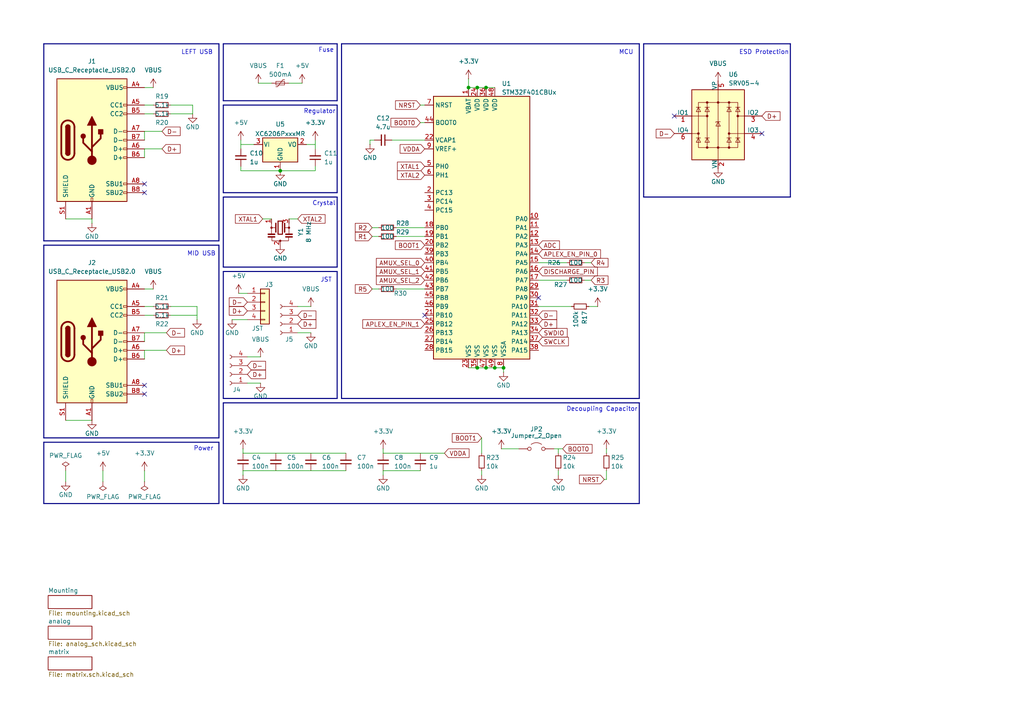
<source format=kicad_sch>
(kicad_sch (version 20231120) (generator "eeschema") (generator_version "8.0")
  (paper "A4")
  (lib_symbols
    (symbol "Connector:Conn_01x04_Socket" (pin_names (offset 1.016) hide)
      (property "Reference" "J" (at 0 5.08 0))
      (property "Value" "Conn_01x04_Socket" (at 0 -7.62 0))
      (symbol "Conn_01x04_Socket_1_1"
        (arc (start 0 -4.572) (mid -0.5058 -5.08) (end 0 -5.588) (stroke (width 0.1524)))
        (arc (start 0 -2.032) (mid -0.5058 -2.54) (end 0 -3.048) (stroke (width 0.1524)))
        (polyline (pts (xy -1.27 -5.08) (xy -0.508 -5.08)) (stroke (width 0.1524)))
        (polyline (pts (xy -1.27 -2.54) (xy -0.508 -2.54)) (stroke (width 0.1524)))
        (polyline (pts (xy -1.27 0) (xy -0.508 0)) (stroke (width 0.1524)))
        (polyline (pts (xy -1.27 2.54) (xy -0.508 2.54)) (stroke (width 0.1524)))
        (arc (start 0 0.508) (mid -0.5058 0) (end 0 -0.508) (stroke (width 0.1524)))
        (arc (start 0 3.048) (mid -0.5058 2.54) (end 0 2.032) (stroke (width 0.1524)))
        (pin passive line (at -5.08 2.54 0) (length 3.81) (name "Pin_1") (number "1"))
        (pin passive line (at -5.08 0 0) (length 3.81) (name "Pin_2") (number "2"))
        (pin passive line (at -5.08 -2.54 0) (length 3.81) (name "Pin_3") (number "3"))
        (pin passive line (at -5.08 -5.08 0) (length 3.81) (name "Pin_4") (number "4"))
      )
    )
    (symbol "Connector:USB_C_Receptacle_USB2.0" (pin_names (offset 1.016))
      (property "Reference" "J" (at -10.16 19.05 0))
      (property "Value" "USB_C_Receptacle_USB2.0" (at 19.05 19.05 0))
      (symbol "USB_C_Receptacle_USB2.0_0_0"
        (rectangle (start -0.254 -17.78) (end 0.254 -16.764))
        (rectangle (start 10.16 -14.986) (end 9.144 -15.494))
        (rectangle (start 10.16 -12.446) (end 9.144 -12.954))
        (rectangle (start 10.16 -4.826) (end 9.144 -5.334))
        (rectangle (start 10.16 -2.286) (end 9.144 -2.794))
        (rectangle (start 10.16 0.254) (end 9.144 -0.254))
        (rectangle (start 10.16 2.794) (end 9.144 2.286))
        (rectangle (start 10.16 7.874) (end 9.144 7.366))
        (rectangle (start 10.16 10.414) (end 9.144 9.906))
        (rectangle (start 10.16 15.494) (end 9.144 14.986))
      )
      (symbol "USB_C_Receptacle_USB2.0_0_1"
        (rectangle (start -10.16 17.78) (end 10.16 -17.78) (stroke (width 0.254)) (fill (type background)))
        (arc (start -8.89 -3.81) (mid -6.985 -5.7067) (end -5.08 -3.81) (stroke (width 0.508)))
        (arc (start -7.62 -3.81) (mid -6.985 -4.4423) (end -6.35 -3.81) (stroke (width 0.254)))
        (arc (start -7.62 -3.81) (mid -6.985 -4.4423) (end -6.35 -3.81) (stroke (width 0.254)) (fill (type outline)))
        (rectangle (start -7.62 -3.81) (end -6.35 3.81) (stroke (width 0.254)) (fill (type outline)))
        (arc (start -6.35 3.81) (mid -6.985 4.4423) (end -7.62 3.81) (stroke (width 0.254)))
        (arc (start -6.35 3.81) (mid -6.985 4.4423) (end -7.62 3.81) (stroke (width 0.254)) (fill (type outline)))
        (arc (start -5.08 3.81) (mid -6.985 5.7067) (end -8.89 3.81) (stroke (width 0.508)))
        (circle (center -2.54 1.143) (radius 0.635) (stroke (width 0.254)) (fill (type outline)))
        (circle (center 0 -5.842) (radius 1.27) (fill (type outline)))
        (polyline (pts (xy -8.89 -3.81) (xy -8.89 3.81)) (stroke (width 0.508)))
        (polyline (pts (xy -5.08 3.81) (xy -5.08 -3.81)) (stroke (width 0.508)))
        (polyline (pts (xy 0 -5.842) (xy 0 4.318)) (stroke (width 0.508)))
        (polyline (pts (xy 0 -3.302) (xy -2.54 -0.762) (xy -2.54 0.508)) (stroke (width 0.508)))
        (polyline (pts (xy 0 -2.032) (xy 2.54 0.508) (xy 2.54 1.778)) (stroke (width 0.508)))
        (polyline (pts (xy -1.27 4.318) (xy 0 6.858) (xy 1.27 4.318) (xy -1.27 4.318)) (stroke (width 0.254)) (fill (type outline)))
        (rectangle (start 1.905 1.778) (end 3.175 3.048) (stroke (width 0.254)) (fill (type outline)))
      )
      (symbol "USB_C_Receptacle_USB2.0_1_1"
        (pin passive line (at 0 -22.86 90) (length 5.08) (name "GND") (number "A1"))
        (pin passive line (at 0 -22.86 90) (length 5.08) hide (name "GND") (number "A12"))
        (pin passive line (at 15.24 15.24 180) (length 5.08) (name "VBUS") (number "A4"))
        (pin bidirectional line (at 15.24 10.16 180) (length 5.08) (name "CC1") (number "A5"))
        (pin bidirectional line (at 15.24 -2.54 180) (length 5.08) (name "D+") (number "A6"))
        (pin bidirectional line (at 15.24 2.54 180) (length 5.08) (name "D-") (number "A7"))
        (pin bidirectional line (at 15.24 -12.7 180) (length 5.08) (name "SBU1") (number "A8"))
        (pin passive line (at 15.24 15.24 180) (length 5.08) hide (name "VBUS") (number "A9"))
        (pin passive line (at 0 -22.86 90) (length 5.08) hide (name "GND") (number "B1"))
        (pin passive line (at 0 -22.86 90) (length 5.08) hide (name "GND") (number "B12"))
        (pin passive line (at 15.24 15.24 180) (length 5.08) hide (name "VBUS") (number "B4"))
        (pin bidirectional line (at 15.24 7.62 180) (length 5.08) (name "CC2") (number "B5"))
        (pin bidirectional line (at 15.24 -5.08 180) (length 5.08) (name "D+") (number "B6"))
        (pin bidirectional line (at 15.24 0 180) (length 5.08) (name "D-") (number "B7"))
        (pin bidirectional line (at 15.24 -15.24 180) (length 5.08) (name "SBU2") (number "B8"))
        (pin passive line (at 15.24 15.24 180) (length 5.08) hide (name "VBUS") (number "B9"))
        (pin passive line (at -7.62 -22.86 90) (length 5.08) (name "SHIELD") (number "S1"))
      )
    )
    (symbol "Connector_Generic:Conn_01x04" (pin_names (offset 1.016) hide)
      (property "Reference" "J" (at 0 5.08 0))
      (property "Value" "Conn_01x04" (at 0 -7.62 0))
      (symbol "Conn_01x04_1_1"
        (rectangle (start -1.27 -4.953) (end 0 -5.207) (stroke (width 0.1524)))
        (rectangle (start -1.27 -2.413) (end 0 -2.667) (stroke (width 0.1524)))
        (rectangle (start -1.27 0.127) (end 0 -0.127) (stroke (width 0.1524)))
        (rectangle (start -1.27 2.667) (end 0 2.413) (stroke (width 0.1524)))
        (rectangle (start -1.27 3.81) (end 1.27 -6.35) (stroke (width 0.254)) (fill (type background)))
        (pin passive line (at -5.08 2.54 0) (length 3.81) (name "Pin_1") (number "1"))
        (pin passive line (at -5.08 0 0) (length 3.81) (name "Pin_2") (number "2"))
        (pin passive line (at -5.08 -2.54 0) (length 3.81) (name "Pin_3") (number "3"))
        (pin passive line (at -5.08 -5.08 0) (length 3.81) (name "Pin_4") (number "4"))
      )
    )
    (symbol "Device:C_Small" (pin_numbers hide) (pin_names (offset 0.254) hide)
      (property "Reference" "C" (at 0.254 1.778 0))
      (property "Value" "C_Small" (at 0.254 -2.032 0))
      (symbol "C_Small_0_1"
        (polyline (pts (xy -1.524 -0.508) (xy 1.524 -0.508)) (stroke (width 0.3302)))
        (polyline (pts (xy -1.524 0.508) (xy 1.524 0.508)) (stroke (width 0.3048)))
      )
      (symbol "C_Small_1_1"
        (pin passive line (at 0 2.54 270) (length 2.032) (name "~") (number "1"))
        (pin passive line (at 0 -2.54 90) (length 2.032) (name "~") (number "2"))
      )
    )
    (symbol "Device:Polyfuse_Small" (pin_numbers hide) (pin_names (offset 0))
      (property "Reference" "F" (at -1.905 0 90))
      (property "Value" "Polyfuse_Small" (at 1.905 0 90))
      (symbol "Polyfuse_Small_0_1"
        (rectangle (start -0.508 1.27) (end 0.508 -1.27))
        (polyline (pts (xy 0 2.54) (xy 0 -2.54)))
        (polyline (pts (xy -1.016 1.27) (xy -1.016 0.762) (xy 1.016 -0.762) (xy 1.016 -1.27)))
      )
      (symbol "Polyfuse_Small_1_1"
        (pin passive line (at 0 2.54 270) (length 0.635) (name "~") (number "1"))
        (pin passive line (at 0 -2.54 90) (length 0.635) (name "~") (number "2"))
      )
    )
    (symbol "Device:R_Small" (pin_numbers hide) (pin_names (offset 0.254) hide)
      (property "Reference" "R" (at 0.762 0.508 0))
      (property "Value" "R_Small" (at 0.762 -1.016 0))
      (symbol "R_Small_0_1"
        (rectangle (start -0.762 1.778) (end 0.762 -1.778) (stroke (width 0.2032)))
      )
      (symbol "R_Small_1_1"
        (pin passive line (at 0 2.54 270) (length 0.762) (name "~") (number "1"))
        (pin passive line (at 0 -2.54 90) (length 0.762) (name "~") (number "2"))
      )
    )
    (symbol "Device:Resonator_Small" (pin_names (offset 1.016) hide)
      (property "Reference" "Y" (at 3.175 1.905 0))
      (property "Value" "Resonator_Small" (at 3.175 0 0))
      (symbol "Resonator_Small_0_1"
        (rectangle (start -3.556 -2.54) (end -1.524 -2.794) (fill (type outline)))
        (rectangle (start -3.556 -1.778) (end -1.524 -2.032) (fill (type outline)))
        (circle (center -2.54 0) (radius 0.254) (fill (type outline)))
        (rectangle (start -0.635 1.905) (end 0.635 -1.905) (stroke (width 0.3048)))
        (circle (center 0 -3.81) (radius 0.254) (fill (type outline)))
        (polyline (pts (xy -2.54 -1.778) (xy -2.54 0)))
        (polyline (pts (xy -2.54 0) (xy -1.397 0)))
        (polyline (pts (xy -2.54 1.27) (xy -2.54 0)))
        (polyline (pts (xy -1.27 -1.27) (xy -1.27 1.27)) (stroke (width 0.381)))
        (polyline (pts (xy 1.27 -1.27) (xy 1.27 1.27)) (stroke (width 0.381)))
        (polyline (pts (xy 1.27 0) (xy 2.54 0)))
        (polyline (pts (xy 2.54 0) (xy 2.54 -1.778)))
        (polyline (pts (xy 2.54 1.27) (xy 2.54 0)))
        (polyline (pts (xy 2.413 -2.794) (xy 2.413 -3.81) (xy -2.413 -3.81) (xy -2.413 -2.667)))
        (rectangle (start 1.524 -2.54) (end 3.556 -2.794) (fill (type outline)))
        (rectangle (start 1.524 -1.778) (end 3.556 -2.032) (fill (type outline)))
        (circle (center 2.54 0) (radius 0.254) (fill (type outline)))
      )
      (symbol "Resonator_Small_1_1"
        (pin passive line (at -2.54 2.54 270) (length 1.27) (name "1") (number "1"))
        (pin passive line (at 0 -5.08 90) (length 1.27) (name "2") (number "2"))
        (pin passive line (at 2.54 2.54 270) (length 1.27) (name "3") (number "3"))
      )
    )
    (symbol "Jumper:Jumper_2_Open" (pin_numbers hide) (pin_names (offset 0) hide) (exclude_from_sim yes)
      (property "Reference" "JP" (at 0 2.794 0))
      (property "Value" "Jumper_2_Open" (at 0 -2.286 0))
      (symbol "Jumper_2_Open_0_0"
        (circle (center -2.032 0) (radius 0.508))
        (circle (center 2.032 0) (radius 0.508))
      )
      (symbol "Jumper_2_Open_0_1"
        (arc (start 1.524 1.27) (mid 0 1.778) (end -1.524 1.27))
      )
      (symbol "Jumper_2_Open_1_1"
        (pin passive line (at -5.08 0 0) (length 2.54) (name "A") (number "1"))
        (pin passive line (at 5.08 0 180) (length 2.54) (name "B") (number "2"))
      )
    )
    (symbol "MCU_ST_STM32F4:STM32F401CBUx"
      (property "Reference" "U" (at -15.24 39.37 0))
      (property "Value" "STM32F401CBUx" (at 5.08 39.37 0))
      (symbol "STM32F401CBUx_0_1"
        (rectangle (start -15.24 -38.1) (end 12.7 38.1) (stroke (width 0.254)) (fill (type background)))
      )
      (symbol "STM32F401CBUx_1_1"
        (pin power_in line (at -5.08 40.64 270) (length 2.54) (name "VBAT") (number "1"))
        (pin bidirectional line (at 15.24 2.54 180) (length 2.54) (name "PA0") (number "10"))
        (pin bidirectional line (at 15.24 0 180) (length 2.54) (name "PA1") (number "11"))
        (pin bidirectional line (at 15.24 -2.54 180) (length 2.54) (name "PA2") (number "12"))
        (pin bidirectional line (at 15.24 -5.08 180) (length 2.54) (name "PA3") (number "13"))
        (pin bidirectional line (at 15.24 -7.62 180) (length 2.54) (name "PA4") (number "14"))
        (pin bidirectional line (at 15.24 -10.16 180) (length 2.54) (name "PA5") (number "15"))
        (pin bidirectional line (at 15.24 -12.7 180) (length 2.54) (name "PA6") (number "16"))
        (pin bidirectional line (at 15.24 -15.24 180) (length 2.54) (name "PA7") (number "17"))
        (pin bidirectional line (at -17.78 0 0) (length 2.54) (name "PB0") (number "18"))
        (pin bidirectional line (at -17.78 -2.54 0) (length 2.54) (name "PB1") (number "19"))
        (pin bidirectional line (at -17.78 10.16 0) (length 2.54) (name "PC13") (number "2"))
        (pin bidirectional line (at -17.78 -5.08 0) (length 2.54) (name "PB2") (number "20"))
        (pin bidirectional line (at -17.78 -25.4 0) (length 2.54) (name "PB10") (number "21"))
        (pin power_in line (at -17.78 25.4 0) (length 2.54) (name "VCAP1") (number "22"))
        (pin power_in line (at -5.08 -40.64 90) (length 2.54) (name "VSS") (number "23"))
        (pin power_in line (at -2.54 40.64 270) (length 2.54) (name "VDD") (number "24"))
        (pin bidirectional line (at -17.78 -27.94 0) (length 2.54) (name "PB12") (number "25"))
        (pin bidirectional line (at -17.78 -30.48 0) (length 2.54) (name "PB13") (number "26"))
        (pin bidirectional line (at -17.78 -33.02 0) (length 2.54) (name "PB14") (number "27"))
        (pin bidirectional line (at -17.78 -35.56 0) (length 2.54) (name "PB15") (number "28"))
        (pin bidirectional line (at 15.24 -17.78 180) (length 2.54) (name "PA8") (number "29"))
        (pin bidirectional line (at -17.78 7.62 0) (length 2.54) (name "PC14") (number "3"))
        (pin bidirectional line (at 15.24 -20.32 180) (length 2.54) (name "PA9") (number "30"))
        (pin bidirectional line (at 15.24 -22.86 180) (length 2.54) (name "PA10") (number "31"))
        (pin bidirectional line (at 15.24 -25.4 180) (length 2.54) (name "PA11") (number "32"))
        (pin bidirectional line (at 15.24 -27.94 180) (length 2.54) (name "PA12") (number "33"))
        (pin bidirectional line (at 15.24 -30.48 180) (length 2.54) (name "PA13") (number "34"))
        (pin power_in line (at -2.54 -40.64 90) (length 2.54) (name "VSS") (number "35"))
        (pin power_in line (at 0 40.64 270) (length 2.54) (name "VDD") (number "36"))
        (pin bidirectional line (at 15.24 -33.02 180) (length 2.54) (name "PA14") (number "37"))
        (pin bidirectional line (at 15.24 -35.56 180) (length 2.54) (name "PA15") (number "38"))
        (pin bidirectional line (at -17.78 -7.62 0) (length 2.54) (name "PB3") (number "39"))
        (pin bidirectional line (at -17.78 5.08 0) (length 2.54) (name "PC15") (number "4"))
        (pin bidirectional line (at -17.78 -10.16 0) (length 2.54) (name "PB4") (number "40"))
        (pin bidirectional line (at -17.78 -12.7 0) (length 2.54) (name "PB5") (number "41"))
        (pin bidirectional line (at -17.78 -15.24 0) (length 2.54) (name "PB6") (number "42"))
        (pin bidirectional line (at -17.78 -17.78 0) (length 2.54) (name "PB7") (number "43"))
        (pin input line (at -17.78 30.48 0) (length 2.54) (name "BOOT0") (number "44"))
        (pin bidirectional line (at -17.78 -20.32 0) (length 2.54) (name "PB8") (number "45"))
        (pin bidirectional line (at -17.78 -22.86 0) (length 2.54) (name "PB9") (number "46"))
        (pin power_in line (at 0 -40.64 90) (length 2.54) (name "VSS") (number "47"))
        (pin power_in line (at 2.54 40.64 270) (length 2.54) (name "VDD") (number "48"))
        (pin power_in line (at 2.54 -40.64 90) (length 2.54) (name "VSS") (number "49"))
        (pin input line (at -17.78 17.78 0) (length 2.54) (name "PH0") (number "5"))
        (pin input line (at -17.78 15.24 0) (length 2.54) (name "PH1") (number "6"))
        (pin input line (at -17.78 35.56 0) (length 2.54) (name "NRST") (number "7"))
        (pin power_in line (at 5.08 -40.64 90) (length 2.54) (name "VSSA") (number "8"))
        (pin power_in line (at -17.78 22.86 0) (length 2.54) (name "VREF+") (number "9"))
      )
    )
    (symbol "PCM_marbastlib-various:SRV05-4" (pin_names (offset 0))
      (property "Reference" "U" (at -5.08 11.43 0))
      (property "Value" "SRV05-4" (at 2.54 11.43 0))
      (symbol "SRV05-4_0_0"
        (rectangle (start -5.715 6.477) (end 5.715 -6.604))
        (polyline (pts (xy -3.175 -6.604) (xy -3.175 6.477)))
        (polyline (pts (xy 3.175 6.477) (xy 3.175 -6.604)))
      )
      (symbol "SRV05-4_0_1"
        (rectangle (start -7.62 10.16) (end 7.62 -10.16) (stroke (width 0.254)) (fill (type background)))
        (circle (center -5.715 -2.54) (radius 0.2794) (fill (type outline)))
        (circle (center -3.175 -6.604) (radius 0.2794) (fill (type outline)))
        (circle (center -3.175 2.54) (radius 0.2794) (fill (type outline)))
        (circle (center -3.175 6.477) (radius 0.2794) (fill (type outline)))
        (circle (center 0 -6.604) (radius 0.2794) (fill (type outline)))
        (polyline (pts (xy -7.747 2.54) (xy -3.175 2.54)))
        (polyline (pts (xy -7.62 -2.54) (xy -5.715 -2.54)))
        (polyline (pts (xy -5.08 -3.81) (xy -6.35 -3.81)))
        (polyline (pts (xy -5.08 5.08) (xy -6.35 5.08)))
        (polyline (pts (xy -2.54 -3.81) (xy -3.81 -3.81)))
        (polyline (pts (xy -2.54 5.08) (xy -3.81 5.08)))
        (polyline (pts (xy 0 10.16) (xy 0 -10.16)))
        (polyline (pts (xy 3.81 -3.81) (xy 2.54 -3.81)))
        (polyline (pts (xy 3.81 5.08) (xy 2.54 5.08)))
        (polyline (pts (xy 6.35 -3.81) (xy 5.08 -3.81)))
        (polyline (pts (xy 6.35 5.08) (xy 5.08 5.08)))
        (polyline (pts (xy 7.62 -2.54) (xy 3.175 -2.54)))
        (polyline (pts (xy 7.62 2.54) (xy 5.715 2.54)))
        (polyline (pts (xy 0.635 0.889) (xy -0.635 0.889) (xy -0.635 0.635)))
        (polyline (pts (xy -5.08 -5.08) (xy -6.35 -5.08) (xy -5.715 -3.81) (xy -5.08 -5.08)))
        (polyline (pts (xy -5.08 3.81) (xy -6.35 3.81) (xy -5.715 5.08) (xy -5.08 3.81)))
        (polyline (pts (xy -2.54 -5.08) (xy -3.81 -5.08) (xy -3.175 -3.81) (xy -2.54 -5.08)))
        (polyline (pts (xy -2.54 3.81) (xy -3.81 3.81) (xy -3.175 5.08) (xy -2.54 3.81)))
        (polyline (pts (xy 0.635 -0.381) (xy -0.635 -0.381) (xy 0 0.889) (xy 0.635 -0.381)))
        (polyline (pts (xy 3.81 -5.08) (xy 2.54 -5.08) (xy 3.175 -3.81) (xy 3.81 -5.08)))
        (polyline (pts (xy 3.81 3.81) (xy 2.54 3.81) (xy 3.175 5.08) (xy 3.81 3.81)))
        (polyline (pts (xy 6.35 -5.08) (xy 5.08 -5.08) (xy 5.715 -3.81) (xy 6.35 -5.08)))
        (polyline (pts (xy 6.35 3.81) (xy 5.08 3.81) (xy 5.715 5.08) (xy 6.35 3.81)))
        (circle (center 0 6.477) (radius 0.2794) (fill (type outline)))
        (circle (center 3.175 -6.604) (radius 0.2794) (fill (type outline)))
        (circle (center 3.175 -2.54) (radius 0.2794) (fill (type outline)))
        (circle (center 3.175 6.477) (radius 0.2794) (fill (type outline)))
        (circle (center 5.715 2.54) (radius 0.2794) (fill (type outline)))
      )
      (symbol "SRV05-4_1_1"
        (pin passive line (at -12.7 2.54 0) (length 5.08) (name "IO1") (number "1"))
        (pin passive line (at 0 -12.7 90) (length 2.54) (name "VN") (number "2"))
        (pin passive line (at 12.7 2.54 180) (length 5.08) (name "IO2") (number "3"))
        (pin passive line (at 12.7 -2.54 180) (length 5.08) (name "IO3") (number "4"))
        (pin passive line (at 0 12.7 270) (length 2.54) (name "VP") (number "5"))
        (pin passive line (at -12.7 -2.54 0) (length 5.08) (name "IO4") (number "6"))
      )
    )
    (symbol "Regulator_Linear:XC6206PxxxMR" (pin_names (offset 0.254))
      (property "Reference" "U" (at -3.81 3.175 0))
      (property "Value" "XC6206PxxxMR" (at 0 3.175 0))
      (symbol "XC6206PxxxMR_0_1"
        (rectangle (start -5.08 1.905) (end 5.08 -5.08) (stroke (width 0.254)) (fill (type background)))
      )
      (symbol "XC6206PxxxMR_1_1"
        (pin power_in line (at 0 -7.62 90) (length 2.54) (name "GND") (number "1"))
        (pin power_out line (at 7.62 0 180) (length 2.54) (name "VO") (number "2"))
        (pin power_in line (at -7.62 0 0) (length 2.54) (name "VI") (number "3"))
      )
    )
    (symbol "power:+3.3V" (power) (pin_numbers hide) (pin_names (offset 0) hide)
      (property "Value" "+3.3V" (at 0 3.556 0))
      (symbol "+3.3V_0_1"
        (polyline (pts (xy -0.762 1.27) (xy 0 2.54)))
        (polyline (pts (xy 0 0) (xy 0 2.54)))
        (polyline (pts (xy 0 2.54) (xy 0.762 1.27)))
      )
      (symbol "+3.3V_1_1"
        (pin power_in line (at 0 0 90) (length 0) (name "~") (number "1"))
      )
    )
    (symbol "power:+5V" (power) (pin_numbers hide) (pin_names (offset 0) hide)
      (property "Value" "+5V" (at 0 3.556 0))
      (symbol "+5V_0_1"
        (polyline (pts (xy -0.762 1.27) (xy 0 2.54)))
        (polyline (pts (xy 0 0) (xy 0 2.54)))
        (polyline (pts (xy 0 2.54) (xy 0.762 1.27)))
      )
      (symbol "+5V_1_1"
        (pin power_in line (at 0 0 90) (length 0) (name "~") (number "1"))
      )
    )
    (symbol "power:GND" (power) (pin_numbers hide) (pin_names (offset 0) hide)
      (property "Value" "GND" (at 0 -3.81 0))
      (symbol "GND_0_1"
        (polyline (pts (xy 0 0) (xy 0 -1.27) (xy 1.27 -1.27) (xy 0 -2.54) (xy -1.27 -1.27) (xy 0 -1.27)))
      )
      (symbol "GND_1_1"
        (pin power_in line (at 0 0 270) (length 0) (name "~") (number "1"))
      )
    )
    (symbol "power:PWR_FLAG" (power) (pin_numbers hide) (pin_names (offset 0) hide)
      (property "Value" "PWR_FLAG" (at 0 3.81 0))
      (symbol "PWR_FLAG_0_0"
        (pin power_out line (at 0 0 90) (length 0) (name "pwr") (number "1"))
      )
      (symbol "PWR_FLAG_0_1"
        (polyline (pts (xy 0 0) (xy 0 1.27) (xy -1.016 1.905) (xy 0 2.54) (xy 1.016 1.905) (xy 0 1.27)))
      )
    )
    (symbol "power:VBUS" (power) (pin_numbers hide) (pin_names (offset 0) hide)
      (property "Value" "VBUS" (at 0 3.556 0))
      (symbol "VBUS_0_1"
        (polyline (pts (xy -0.762 1.27) (xy 0 2.54)))
        (polyline (pts (xy 0 0) (xy 0 2.54)))
        (polyline (pts (xy 0 2.54) (xy 0.762 1.27)))
      )
      (symbol "VBUS_1_1"
        (pin power_in line (at 0 0 90) (length 0) (name "~") (number "1"))
      )
    )
  )
  (junction (at 138.43 25.4))
  (junction (at 135.89 25.4))
  (junction (at 143.51 106.68))
  (junction (at 138.43 106.68))
  (junction (at 140.97 25.4))
  (junction (at 81.28 49.53))
  (junction (at 146.05 106.68))
  (junction (at 140.97 106.68))
  (no_connect (at 220.98 38.735))
  (no_connect (at 156.21 86.36))
  (no_connect (at 41.91 55.88))
  (no_connect (at 41.91 114.3))
  (no_connect (at 123.19 91.44))
  (no_connect (at 41.91 53.34))
  (no_connect (at 195.58 33.655))
  (no_connect (at 41.91 111.76))
  (wire (pts (xy 170.815 88.9) (xy 173.355 88.9)))
  (bus (pts (xy 64.77 116.84) (xy 64.77 146.05)))
  (bus (pts (xy 97.79 29.21) (xy 97.79 12.7)))
  (bus (pts (xy 63.5 128.27) (xy 63.5 146.05)))
  (bus (pts (xy 64.77 12.7) (xy 64.77 29.21)))
  (bus (pts (xy 97.79 57.15) (xy 97.79 77.47)))
  (bus (pts (xy 12.7 69.85) (xy 63.5 69.85)))
  (wire (pts (xy 91.44 40.64) (xy 91.44 43.18)))
  (wire (pts (xy 88.9 41.91) (xy 91.44 41.91)))
  (bus (pts (xy 63.5 12.7) (xy 63.5 69.85)))
  (bus (pts (xy 97.79 30.48) (xy 97.79 55.88)))
  (wire (pts (xy 55.88 30.48) (xy 55.88 33.02)))
  (wire (pts (xy 107.315 40.64) (xy 108.585 40.64)))
  (wire (pts (xy 111.125 131.445) (xy 128.905 131.445)))
  (bus (pts (xy 186.69 12.7) (xy 186.69 57.15)))
  (bus (pts (xy 97.79 77.47) (xy 64.77 77.47)))
  (bus (pts (xy 64.77 57.15) (xy 64.77 77.47)))
  (bus (pts (xy 97.79 78.74) (xy 97.79 115.57)))
  (wire (pts (xy 135.89 22.86) (xy 135.89 25.4)))
  (wire (pts (xy 135.89 25.4) (xy 138.43 25.4)))
  (wire (pts (xy 111.125 136.525) (xy 121.92 136.525)))
  (wire (pts (xy 156.21 81.28) (xy 164.465 81.28)))
  (wire (pts (xy 169.545 81.28) (xy 171.45 81.28)))
  (bus (pts (xy 12.7 71.12) (xy 63.5 71.12)))
  (wire (pts (xy 49.53 30.48) (xy 55.88 30.48)))
  (wire (pts (xy 29.845 136.525) (xy 29.845 139.7)))
  (wire (pts (xy 69.215 85.09) (xy 71.755 85.09)))
  (wire (pts (xy 41.91 83.82) (xy 44.45 83.82)))
  (wire (pts (xy 161.925 136.525) (xy 161.925 137.795)))
  (wire (pts (xy 107.315 41.91) (xy 107.315 40.64)))
  (wire (pts (xy 69.85 40.64) (xy 69.85 43.18)))
  (wire (pts (xy 139.7 127) (xy 139.7 131.445)))
  (bus (pts (xy 12.7 128.27) (xy 63.5 128.27)))
  (bus (pts (xy 64.77 30.48) (xy 97.79 30.48)))
  (wire (pts (xy 175.895 130.175) (xy 175.895 131.445)))
  (bus (pts (xy 186.69 12.7) (xy 229.235 12.7)))
  (wire (pts (xy 69.85 49.53) (xy 81.28 49.53)))
  (bus (pts (xy 64.77 116.84) (xy 185.42 116.84)))
  (wire (pts (xy 71.755 111.125) (xy 75.565 111.125)))
  (bus (pts (xy 64.77 12.7) (xy 97.79 12.7)))
  (wire (pts (xy 49.53 91.44) (xy 57.15 91.44)))
  (bus (pts (xy 64.77 57.15) (xy 97.79 57.15)))
  (wire (pts (xy 111.125 130.175) (xy 111.125 131.445)))
  (wire (pts (xy 139.7 136.525) (xy 139.7 137.795)))
  (wire (pts (xy 26.67 63.5) (xy 26.67 64.77)))
  (wire (pts (xy 71.755 103.505) (xy 75.565 103.505)))
  (wire (pts (xy 156.21 76.2) (xy 164.465 76.2)))
  (bus (pts (xy 99.06 12.7) (xy 185.42 12.7)))
  (wire (pts (xy 138.43 25.4) (xy 140.97 25.4)))
  (wire (pts (xy 123.19 83.82) (xy 114.935 83.82)))
  (wire (pts (xy 41.91 38.1) (xy 41.91 40.64)))
  (wire (pts (xy 41.91 91.44) (xy 44.45 91.44)))
  (wire (pts (xy 70.485 136.525) (xy 70.485 137.795)))
  (wire (pts (xy 91.44 48.26) (xy 91.44 49.53)))
  (wire (pts (xy 41.91 43.18) (xy 41.91 45.72)))
  (bus (pts (xy 12.7 12.7) (xy 12.7 69.85)))
  (wire (pts (xy 83.82 63.5) (xy 86.36 63.5)))
  (wire (pts (xy 86.36 88.9) (xy 90.17 88.9)))
  (wire (pts (xy 175.895 139.065) (xy 175.26 139.065)))
  (wire (pts (xy 161.925 130.175) (xy 161.925 131.445)))
  (wire (pts (xy 83.82 24.13) (xy 87.63 24.13)))
  (wire (pts (xy 145.415 130.175) (xy 150.495 130.175)))
  (wire (pts (xy 140.97 106.68) (xy 143.51 106.68)))
  (wire (pts (xy 146.05 106.68) (xy 146.05 107.95)))
  (bus (pts (xy 64.77 78.74) (xy 97.79 78.74)))
  (bus (pts (xy 185.42 115.57) (xy 99.06 115.57)))
  (bus (pts (xy 97.79 55.88) (xy 64.77 55.88)))
  (wire (pts (xy 41.91 101.6) (xy 48.26 101.6)))
  (wire (pts (xy 121.92 30.48) (xy 123.19 30.48)))
  (bus (pts (xy 185.42 12.7) (xy 185.42 115.57)))
  (wire (pts (xy 135.89 106.68) (xy 138.43 106.68)))
  (bus (pts (xy 229.235 12.7) (xy 229.235 57.15)))
  (wire (pts (xy 109.855 68.58) (xy 107.95 68.58)))
  (wire (pts (xy 41.91 30.48) (xy 44.45 30.48)))
  (wire (pts (xy 81.28 49.53) (xy 91.44 49.53)))
  (wire (pts (xy 138.43 106.68) (xy 140.97 106.68)))
  (wire (pts (xy 140.97 25.4) (xy 143.51 25.4)))
  (wire (pts (xy 109.855 83.82) (xy 107.95 83.82)))
  (wire (pts (xy 41.91 33.02) (xy 44.45 33.02)))
  (bus (pts (xy 63.5 127) (xy 12.7 127)))
  (wire (pts (xy 121.92 35.56) (xy 123.19 35.56)))
  (wire (pts (xy 41.91 96.52) (xy 41.91 99.06)))
  (bus (pts (xy 64.77 29.21) (xy 97.79 29.21)))
  (wire (pts (xy 73.66 41.91) (xy 69.85 41.91)))
  (wire (pts (xy 76.2 63.5) (xy 78.74 63.5)))
  (wire (pts (xy 57.15 88.9) (xy 57.15 92.71)))
  (wire (pts (xy 111.125 136.525) (xy 111.125 137.795)))
  (bus (pts (xy 12.7 71.12) (xy 12.7 127)))
  (wire (pts (xy 86.36 96.52) (xy 90.17 96.52)))
  (wire (pts (xy 109.855 66.04) (xy 107.95 66.04)))
  (wire (pts (xy 49.53 33.02) (xy 55.88 33.02)))
  (wire (pts (xy 41.91 38.1) (xy 46.99 38.1)))
  (bus (pts (xy 97.79 115.57) (xy 64.77 115.57)))
  (wire (pts (xy 19.05 121.92) (xy 26.67 121.92)))
  (wire (pts (xy 69.85 48.26) (xy 69.85 49.53)))
  (wire (pts (xy 70.485 131.445) (xy 100.33 131.445)))
  (wire (pts (xy 41.91 136.525) (xy 41.91 139.7)))
  (wire (pts (xy 70.485 131.445) (xy 70.485 130.175)))
  (wire (pts (xy 41.91 25.4) (xy 44.45 25.4)))
  (wire (pts (xy 169.545 76.2) (xy 171.45 76.2)))
  (bus (pts (xy 64.77 78.74) (xy 64.77 115.57)))
  (bus (pts (xy 12.7 12.7) (xy 63.5 12.7)))
  (wire (pts (xy 67.31 92.71) (xy 71.755 92.71)))
  (wire (pts (xy 19.05 63.5) (xy 26.67 63.5)))
  (wire (pts (xy 156.21 88.9) (xy 165.735 88.9)))
  (wire (pts (xy 160.655 130.175) (xy 163.195 130.175)))
  (wire (pts (xy 41.91 101.6) (xy 41.91 104.14)))
  (wire (pts (xy 57.15 88.9) (xy 49.53 88.9)))
  (wire (pts (xy 41.91 96.52) (xy 48.26 96.52)))
  (wire (pts (xy 19.05 136.525) (xy 19.05 139.7)))
  (bus (pts (xy 12.7 128.27) (xy 12.7 146.05)))
  (bus (pts (xy 64.77 30.48) (xy 64.77 55.88)))
  (bus (pts (xy 63.5 146.05) (xy 12.7 146.05)))
  (bus (pts (xy 185.42 146.05) (xy 64.77 146.05)))
  (wire (pts (xy 175.895 136.525) (xy 175.895 139.065)))
  (wire (pts (xy 74.93 24.13) (xy 78.74 24.13)))
  (bus (pts (xy 63.5 71.12) (xy 63.5 127)))
  (wire (pts (xy 41.91 88.9) (xy 44.45 88.9)))
  (bus (pts (xy 229.235 57.15) (xy 186.69 57.15)))
  (wire (pts (xy 143.51 106.68) (xy 146.05 106.68)))
  (wire (pts (xy 113.665 40.64) (xy 123.19 40.64)))
  (bus (pts (xy 185.42 116.84) (xy 185.42 146.05)))
  (wire (pts (xy 123.19 68.58) (xy 114.935 68.58)))
  (bus (pts (xy 99.06 12.7) (xy 99.06 115.57)))
  (wire (pts (xy 41.91 43.18) (xy 46.99 43.18)))
  (wire (pts (xy 70.485 136.525) (xy 100.33 136.525)))
  (wire (pts (xy 123.19 66.04) (xy 114.935 66.04)))
  (text "Crystal" (at 93.98 59.055 0) (effects (font (size 1.27 1.27))))
  (text "LEFT USB" (at 57.15 15.24 0) (effects (font (size 1.27 1.27))))
  (text "Decoupling Capacitor" (at 174.625 118.745 0) (effects (font (size 1.27 1.27))))
  (text "JST" (at 94.615 81.28 0) (effects (font (size 1.27 1.27))))
  (text "MID USB" (at 58.42 73.66 0) (effects (font (size 1.27 1.27))))
  (text "MCU" (at 181.61 15.24 0) (effects (font (size 1.27 1.27))))
  (text "ESD Protection" (at 221.615 15.24 0) (effects (font (size 1.27 1.27))))
  (text "Power" (at 59.055 130.175 0) (effects (font (size 1.27 1.27))))
  (text "Fuse" (at 94.615 14.605 0) (effects (font (size 1.27 1.27))))
  (text "Regulator" (at 92.71 32.385 0) (effects (font (size 1.27 1.27))))
  (global_label "D-" (shape input) (at 71.755 106.045 0) (property "Intersheetrefs" "${INTERSHEET_REFS}" (effects (hide yes))))
  (global_label "D+" (shape input) (at 71.755 108.585 0) (property "Intersheetrefs" "${INTERSHEET_REFS}" (effects (hide yes))))
  (global_label "D-" (shape input) (at 156.21 91.44 0) (property "Intersheetrefs" "${INTERSHEET_REFS}" (effects (hide yes))))
  (global_label "XTAL1" (shape input) (at 76.2 63.5 180) (property "Intersheetrefs" "${INTERSHEET_REFS}" (effects (hide yes))))
  (global_label "R3" (shape input) (at 171.45 81.28 0) (property "Intersheetrefs" "${INTERSHEET_REFS}" (effects (hide yes))))
  (global_label "XTAL1" (shape input) (at 123.19 48.26 180) (property "Intersheetrefs" "${INTERSHEET_REFS}" (effects (hide yes))))
  (global_label "BOOT0" (shape input) (at 163.195 130.175 0) (property "Intersheetrefs" "${INTERSHEET_REFS}" (effects (hide yes))))
  (global_label "VDDA" (shape input) (at 128.905 131.445 0) (property "Intersheetrefs" "${INTERSHEET_REFS}" (effects (hide yes))))
  (global_label "D-" (shape input) (at 86.36 91.44 0) (property "Intersheetrefs" "${INTERSHEET_REFS}" (effects (hide yes))))
  (global_label "R5" (shape input) (at 107.95 83.82 180) (property "Intersheetrefs" "${INTERSHEET_REFS}" (effects (hide yes))))
  (global_label "D+" (shape input) (at 48.26 101.6 0) (property "Intersheetrefs" "${INTERSHEET_REFS}" (effects (hide yes))))
  (global_label "AMUX_SEL_2" (shape input) (at 123.19 81.28 180) (property "Intersheetrefs" "${INTERSHEET_REFS}" (effects (hide yes))))
  (global_label "APLEX_EN_PIN_1" (shape input) (at 123.19 93.98 180) (property "Intersheetrefs" "${INTERSHEET_REFS}" (effects (hide yes))))
  (global_label "APLEX_EN_PIN_0" (shape input) (at 156.21 73.66 0) (property "Intersheetrefs" "${INTERSHEET_REFS}" (effects (hide yes))))
  (global_label "D-" (shape input) (at 71.755 87.63 180) (property "Intersheetrefs" "${INTERSHEET_REFS}" (effects (hide yes))))
  (global_label "SWDIO" (shape input) (at 156.21 96.52 0) (property "Intersheetrefs" "${INTERSHEET_REFS}" (effects (hide yes))))
  (global_label "BOOT0" (shape input) (at 121.92 35.56 180) (property "Intersheetrefs" "${INTERSHEET_REFS}" (effects (hide yes))))
  (global_label "R1" (shape input) (at 107.95 68.58 180) (property "Intersheetrefs" "${INTERSHEET_REFS}" (effects (hide yes))))
  (global_label "BOOT1" (shape input) (at 139.7 127 180) (property "Intersheetrefs" "${INTERSHEET_REFS}" (effects (hide yes))))
  (global_label "SWCLK" (shape input) (at 156.21 99.06 0) (property "Intersheetrefs" "${INTERSHEET_REFS}" (effects (hide yes))))
  (global_label "D+" (shape input) (at 86.36 93.98 0) (property "Intersheetrefs" "${INTERSHEET_REFS}" (effects (hide yes))))
  (global_label "VDDA" (shape input) (at 123.19 43.18 180) (property "Intersheetrefs" "${INTERSHEET_REFS}" (effects (hide yes))))
  (global_label "D-" (shape input) (at 46.99 38.1 0) (property "Intersheetrefs" "${INTERSHEET_REFS}" (effects (hide yes))))
  (global_label "R2" (shape input) (at 107.95 66.04 180) (property "Intersheetrefs" "${INTERSHEET_REFS}" (effects (hide yes))))
  (global_label "AMUX_SEL_0" (shape input) (at 123.19 76.2 180) (property "Intersheetrefs" "${INTERSHEET_REFS}" (effects (hide yes))))
  (global_label "D+" (shape input) (at 220.98 33.655 0) (property "Intersheetrefs" "${INTERSHEET_REFS}" (effects (hide yes))))
  (global_label "D-" (shape input) (at 195.58 38.735 180) (property "Intersheetrefs" "${INTERSHEET_REFS}" (effects (hide yes))))
  (global_label "D-" (shape input) (at 48.26 96.52 0) (property "Intersheetrefs" "${INTERSHEET_REFS}" (effects (hide yes))))
  (global_label "R4" (shape input) (at 171.45 76.2 0) (property "Intersheetrefs" "${INTERSHEET_REFS}" (effects (hide yes))))
  (global_label "XTAL2" (shape input) (at 123.19 50.8 180) (property "Intersheetrefs" "${INTERSHEET_REFS}" (effects (hide yes))))
  (global_label "D+" (shape input) (at 46.99 43.18 0) (property "Intersheetrefs" "${INTERSHEET_REFS}" (effects (hide yes))))
  (global_label "DISCHARGE_PIN" (shape input) (at 156.21 78.74 0) (property "Intersheetrefs" "${INTERSHEET_REFS}" (effects (hide yes))))
  (global_label "D+" (shape input) (at 156.21 93.98 0) (property "Intersheetrefs" "${INTERSHEET_REFS}" (effects (hide yes))))
  (global_label "NRST" (shape input) (at 121.92 30.48 180) (property "Intersheetrefs" "${INTERSHEET_REFS}" (effects (hide yes))))
  (global_label "D+" (shape input) (at 71.755 90.17 180) (property "Intersheetrefs" "${INTERSHEET_REFS}" (effects (hide yes))))
  (global_label "BOOT1" (shape input) (at 123.19 71.12 180) (property "Intersheetrefs" "${INTERSHEET_REFS}" (effects (hide yes))))
  (global_label "AMUX_SEL_1" (shape input) (at 123.19 78.74 180) (property "Intersheetrefs" "${INTERSHEET_REFS}" (effects (hide yes))))
  (global_label "ADC" (shape input) (at 156.21 71.12 0) (property "Intersheetrefs" "${INTERSHEET_REFS}" (effects (hide yes))))
  (global_label "XTAL2" (shape input) (at 86.36 63.5 0) (property "Intersheetrefs" "${INTERSHEET_REFS}" (effects (hide yes))))
  (global_label "NRST" (shape input) (at 175.26 139.065 180) (property "Intersheetrefs" "${INTERSHEET_REFS}" (effects (hide yes))))
  (symbol (lib_id "Device:R_Small") (at 46.99 91.44 90) (unit 1)
    (property "Reference" "R22" (at 46.99 93.98 90))
    (property "Value" "5.1k" (at 46.99 91.44 90))
    (property "Footprint" "Resistor_SMD:R_0603_1608Metric" (effects (hide yes)))
    (property "Description" "Resistor, small symbol" (effects (hide yes)))
    (property "LCSC" "C23186" (effects (hide yes)))
  )
  (symbol (lib_id "power:GND") (at 81.28 49.53 0) (unit 1)
    (property "Reference" "#PWR027" (effects (hide yes)))
    (property "Value" "GND" (at 81.28 53.34 0))
    (property "Description" "Power symbol creates a global label with name \"GND\" , ground" (effects (hide yes)))
  )
  (symbol (lib_id "power:PWR_FLAG") (at 41.91 139.7 180) (unit 1)
    (property "Reference" "#FLG03" (effects (hide yes)))
    (property "Value" "PWR_FLAG" (at 41.91 144.0942 0))
  )
  (symbol (lib_id "power:+3.3V") (at 145.415 130.175 0) (unit 1)
    (property "Reference" "#PWR039" (effects (hide yes)))
    (property "Value" "+3.3V" (at 145.415 125.095 0))
    (property "Description" "Power symbol creates a global label with name \"+3.3V\"" (effects (hide yes)))
  )
  (symbol (lib_id "Device:R_Small") (at 167.005 76.2 270) (unit 1)
    (property "Reference" "R26" (at 158.75 76.2 90) (effects (justify left)))
    (property "Value" "100" (at 165.1 76.2 90) (effects (justify left)))
    (property "Footprint" "Resistor_SMD:R_0603_1608Metric" (effects (hide yes)))
    (property "Description" "Resistor, small symbol" (effects (hide yes)))
    (property "LCSC" "C22775" (effects (hide yes)))
  )
  (symbol (lib_id "Connector_Generic:Conn_01x04") (at 76.835 87.63 0) (unit 1)
    (property "Reference" "J3" (at 76.835 82.55 0) (effects (justify left)))
    (property "Value" "JST" (at 73.025 95.25 0) (effects (justify left)))
    (property "Footprint" "cipulot_parts:JST-SR-4" (effects (hide yes)))
    (property "LCSC" "C145956" (effects (hide yes)))
  )
  (symbol (lib_id "power:GND") (at 208.28 48.895 0) (unit 1)
    (property "Reference" "#PWR053" (effects (hide yes)))
    (property "Value" "GND" (at 208.28 52.705 0))
    (property "Description" "Power symbol creates a global label with name \"GND\" , ground" (effects (hide yes)))
  )
  (symbol (lib_id "Device:C_Small") (at 111.125 133.985 180) (unit 1)
    (property "Reference" "C8" (at 114.3 132.7085 0) (effects (justify right)))
    (property "Value" "100n" (at 114.3 135.2485 0) (effects (justify right)))
    (property "Footprint" "Capacitor_SMD:C_0603_1608Metric" (effects (hide yes)))
    (property "Description" "Unpolarized capacitor, small symbol" (effects (hide yes)))
    (property "LCSC" "C14663" (effects (hide yes)))
  )
  (symbol (lib_id "Device:R_Small") (at 112.395 66.04 90) (unit 1)
    (property "Reference" "R28" (at 118.745 64.77 90) (effects (justify left)))
    (property "Value" "100" (at 114.3 66.04 90) (effects (justify left)))
    (property "Footprint" "Resistor_SMD:R_0603_1608Metric" (effects (hide yes)))
    (property "Description" "Resistor, small symbol" (effects (hide yes)))
    (property "LCSC" "C22775" (effects (hide yes)))
  )
  (symbol (lib_id "Device:R_Small") (at 112.395 83.82 90) (unit 1)
    (property "Reference" "R30" (at 118.11 85.09 90) (effects (justify left)))
    (property "Value" "100" (at 114.3 83.82 90) (effects (justify left)))
    (property "Footprint" "Resistor_SMD:R_0603_1608Metric" (effects (hide yes)))
    (property "Description" "Resistor, small symbol" (effects (hide yes)))
    (property "LCSC" "C22775" (effects (hide yes)))
  )
  (symbol (lib_id "Device:C_Small") (at 69.85 45.72 180) (unit 1)
    (property "Reference" "C10" (at 72.39 44.4435 0) (effects (justify right)))
    (property "Value" "1u" (at 72.39 46.9835 0) (effects (justify right)))
    (property "Footprint" "Capacitor_SMD:C_0603_1608Metric" (effects (hide yes)))
    (property "Description" "Unpolarized capacitor, small symbol" (effects (hide yes)))
    (property "LCSC" "C15849" (effects (hide yes)))
  )
  (symbol (lib_id "Device:R_Small") (at 46.99 88.9 90) (unit 1)
    (property "Reference" "R21" (at 46.99 86.36 90))
    (property "Value" "5.1k" (at 46.99 88.9 90))
    (property "Footprint" "Resistor_SMD:R_0603_1608Metric" (effects (hide yes)))
    (property "Description" "Resistor, small symbol" (effects (hide yes)))
    (property "LCSC" "C23186" (effects (hide yes)))
  )
  (symbol (lib_id "power:GND") (at 75.565 111.125 0) (unit 1)
    (property "Reference" "#PWR049" (effects (hide yes)))
    (property "Value" "GND" (at 75.565 114.935 0))
    (property "Description" "Power symbol creates a global label with name \"GND\" , ground" (effects (hide yes)))
  )
  (symbol (lib_id "power:+3.3V") (at 91.44 40.64 0) (unit 1)
    (property "Reference" "#PWR029" (effects (hide yes)))
    (property "Value" "+3.3V" (at 91.44 35.56 0))
    (property "Description" "Power symbol creates a global label with name \"+3.3V\"" (effects (hide yes)))
  )
  (symbol (lib_id "PCM_marbastlib-various:SRV05-4") (at 208.28 36.195 0) (unit 1)
    (property "Reference" "U6" (at 211.2965 21.59 0) (effects (justify left)))
    (property "Value" "SRV05-4" (at 211.2965 24.13 0) (effects (justify left)))
    (property "Footprint" "Package_TO_SOT_SMD:SOT-23-6_Handsoldering" (effects (hide yes)))
    (property "Datasheet" "http://www.onsemi.com/pub/Collateral/SRV05-4-D.PDF" (effects (hide yes)))
    (property "Description" "ESD Protection Diodes with Low Clamping Voltage, SOT-23-6" (effects (hide yes)))
    (property "LCSC" "C7420376" (effects (hide yes)))
  )
  (symbol (lib_id "power:GND") (at 139.7 137.795 0) (unit 1)
    (property "Reference" "#PWR038" (effects (hide yes)))
    (property "Value" "GND" (at 139.7 141.605 0))
    (property "Description" "Power symbol creates a global label with name \"GND\" , ground" (effects (hide yes)))
  )
  (symbol (lib_id "power:VBUS") (at 74.93 24.13 0) (unit 1)
    (property "Reference" "#PWR026" (effects (hide yes)))
    (property "Value" "VBUS" (at 74.93 19.05 0))
    (property "Description" "Power symbol creates a global label with name \"VBUS\"" (effects (hide yes)))
  )
  (symbol (lib_id "power:+3.3V") (at 70.485 130.175 0) (unit 1)
    (property "Reference" "#PWR035" (effects (hide yes)))
    (property "Value" "+3.3V" (at 70.485 125.095 0))
    (property "Description" "Power symbol creates a global label with name \"+3.3V\"" (effects (hide yes)))
  )
  (symbol (lib_id "power:+3.3V") (at 135.89 22.86 0) (unit 1)
    (property "Reference" "#PWR031" (effects (hide yes)))
    (property "Value" "+3.3V" (at 135.89 17.78 0))
    (property "Description" "Power symbol creates a global label with name \"+3.3V\"" (effects (hide yes)))
  )
  (symbol (lib_id "Connector:USB_C_Receptacle_USB2.0") (at 26.67 99.06 0) (unit 1)
    (property "Reference" "J2" (at 26.67 76.2 0))
    (property "Value" "USB_C_Receptacle_USB2.0" (at 26.67 78.74 0))
    (property "Footprint" "Connector_USB:USB_C_Receptacle_HRO_TYPE-C-31-M-12" (effects (hide yes)))
    (property "Datasheet" "https://www.usb.org/sites/default/files/documents/usb_type-c.zip" (effects (hide yes)))
  )
  (symbol (lib_id "power:GND") (at 19.05 139.7 0) (unit 1)
    (property "Reference" "#PWR043" (effects (hide yes)))
    (property "Value" "GND" (at 19.05 143.51 0))
    (property "Description" "Power symbol creates a global label with name \"GND\" , ground" (effects (hide yes)))
  )
  (symbol (lib_id "power:+3.3V") (at 175.895 130.175 0) (unit 1)
    (property "Reference" "#PWR042" (effects (hide yes)))
    (property "Value" "+3.3V" (at 175.895 125.095 0))
    (property "Description" "Power symbol creates a global label with name \"+3.3V\"" (effects (hide yes)))
  )
  (symbol (lib_id "Device:C_Small") (at 70.485 133.985 180) (unit 1)
    (property "Reference" "C4" (at 73.025 132.7085 0) (effects (justify right)))
    (property "Value" "100n" (at 73.025 135.2485 0) (effects (justify right)))
    (property "Footprint" "Capacitor_SMD:C_0603_1608Metric" (effects (hide yes)))
    (property "Description" "Unpolarized capacitor, small symbol" (effects (hide yes)))
    (property "LCSC" "C14663" (effects (hide yes)))
  )
  (symbol (lib_id "Device:Polyfuse_Small") (at 81.28 24.13 90) (unit 1)
    (property "Reference" "F1" (at 81.28 19.05 90))
    (property "Value" "500mA" (at 81.28 21.59 90))
    (property "Footprint" "Fuse:Fuse_1206_3216Metric" (effects (hide yes)))
    (property "Description" "Resettable fuse, polymeric positive temperature coefficient, small symbol" (effects (hide yes)))
  )
  (symbol (lib_id "Connector:Conn_01x04_Socket") (at 66.675 108.585 180) (unit 1)
    (property "Reference" "J4" (at 69.85 113.03 0) (effects (justify left)))
    (property "Value" "Conn_01x04_Socket" (effects (hide yes)))
    (property "Footprint" "Connector_PinHeader_2.00mm:PinHeader_1x04_P2.00mm_Vertical" (effects (hide yes)))
    (property "Description" "Generic connector, single row, 01x04, script generated" (effects (hide yes)))
  )
  (symbol (lib_id "power:VBUS") (at 44.45 25.4 0) (unit 1)
    (property "Reference" "#PWR019" (effects (hide yes)))
    (property "Value" "VBUS" (at 44.45 20.32 0))
    (property "Description" "Power symbol creates a global label with name \"VBUS\"" (effects (hide yes)))
  )
  (symbol (lib_id "Jumper:Jumper_2_Open") (at 155.575 130.175 0) (unit 1) (exclude_from_sim yes)
    (property "Reference" "JP2" (at 155.575 124.46 0))
    (property "Value" "Jumper_2_Open" (at 155.575 126.365 0))
    (property "Footprint" "Connector_PinHeader_2.54mm:PinHeader_1x02_P2.54mm_Vertical" (effects (hide yes)))
    (property "Description" "Jumper, 2-pole, open" (effects (hide yes)))
  )
  (symbol (lib_id "Regulator_Linear:XC6206PxxxMR") (at 81.28 41.91 0) (unit 1)
    (property "Reference" "U5" (at 81.28 36.0385 0))
    (property "Value" "XC6206PxxxMR" (at 81.28 38.8136 0))
    (property "Footprint" "Package_TO_SOT_SMD:SOT-23" (effects (hide yes)))
    (property "Datasheet" "https://www.torexsemi.com/file/xc6206/XC6206.pdf" (effects (hide yes)))
    (property "LCSC" "C5446" (effects (hide yes)))
  )
  (symbol (lib_id "Device:C_Small") (at 90.17 133.985 180) (unit 1)
    (property "Reference" "C6" (at 93.345 132.7085 0) (effects (justify right)))
    (property "Value" "100n" (at 93.345 135.2485 0) (effects (justify right)))
    (property "Footprint" "Capacitor_SMD:C_0603_1608Metric" (effects (hide yes)))
    (property "Description" "Unpolarized capacitor, small symbol" (effects (hide yes)))
    (property "LCSC" "C14663" (effects (hide yes)))
  )
  (symbol (lib_id "Connector:USB_C_Receptacle_USB2.0") (at 26.67 40.64 0) (unit 1)
    (property "Reference" "J1" (at 26.67 17.78 0))
    (property "Value" "USB_C_Receptacle_USB2.0" (at 26.67 20.32 0))
    (property "Footprint" "Connector_USB:USB_C_Receptacle_HRO_TYPE-C-31-M-12" (effects (hide yes)))
    (property "Datasheet" "https://www.usb.org/sites/default/files/documents/usb_type-c.zip" (effects (hide yes)))
  )
  (symbol (lib_id "Device:R_Small") (at 175.895 133.985 0) (unit 1)
    (property "Reference" "R25" (at 177.165 132.715 0) (effects (justify left)))
    (property "Value" "10k" (at 177.165 135.255 0) (effects (justify left)))
    (property "Footprint" "Resistor_SMD:R_0603_1608Metric" (effects (hide yes)))
    (property "Description" "Resistor, small symbol" (effects (hide yes)))
    (property "LCSC" "C25804" (effects (hide yes)))
  )
  (symbol (lib_id "power:GND") (at 70.485 137.795 0) (unit 1)
    (property "Reference" "#PWR040" (effects (hide yes)))
    (property "Value" "GND" (at 70.485 141.605 0))
    (property "Description" "Power symbol creates a global label with name \"GND\" , ground" (effects (hide yes)))
  )
  (symbol (lib_id "Device:C_Small") (at 80.01 133.985 180) (unit 1)
    (property "Reference" "C5" (at 83.185 132.7085 0) (effects (justify right)))
    (property "Value" "100n" (at 83.185 135.2485 0) (effects (justify right)))
    (property "Footprint" "Capacitor_SMD:C_0603_1608Metric" (effects (hide yes)))
    (property "Description" "Unpolarized capacitor, small symbol" (effects (hide yes)))
    (property "LCSC" "C14663" (effects (hide yes)))
  )
  (symbol (lib_id "Device:R_Small") (at 161.925 133.985 0) (unit 1)
    (property "Reference" "R24" (at 163.195 132.715 0) (effects (justify left)))
    (property "Value" "10k" (at 163.195 135.255 0) (effects (justify left)))
    (property "Footprint" "Resistor_SMD:R_0603_1608Metric" (effects (hide yes)))
    (property "Description" "Resistor, small symbol" (effects (hide yes)))
    (property "LCSC" "C25804" (effects (hide yes)))
  )
  (symbol (lib_id "Device:C_Small") (at 121.92 133.985 180) (unit 1)
    (property "Reference" "C9" (at 124.46 132.7085 0) (effects (justify right)))
    (property "Value" "1u" (at 124.46 135.2485 0) (effects (justify right)))
    (property "Footprint" "Capacitor_SMD:C_0603_1608Metric" (effects (hide yes)))
    (property "Description" "Unpolarized capacitor, small symbol" (effects (hide yes)))
    (property "LCSC" "C15849" (effects (hide yes)))
  )
  (symbol (lib_id "power:VBUS") (at 208.28 23.495 0) (unit 1)
    (property "Reference" "#PWR052" (effects (hide yes)))
    (property "Value" "VBUS" (at 208.28 18.415 0))
    (property "Description" "Power symbol creates a global label with name \"VBUS\"" (effects (hide yes)))
  )
  (symbol (lib_id "Device:R_Small") (at 139.7 133.985 0) (unit 1)
    (property "Reference" "R23" (at 140.97 132.715 0) (effects (justify left)))
    (property "Value" "10k" (at 140.97 135.255 0) (effects (justify left)))
    (property "Footprint" "Resistor_SMD:R_0603_1608Metric" (effects (hide yes)))
    (property "Description" "Resistor, small symbol" (effects (hide yes)))
    (property "LCSC" "C25804" (effects (hide yes)))
  )
  (symbol (lib_id "power:GND") (at 146.05 107.95 0) (unit 1)
    (property "Reference" "#PWR033" (effects (hide yes)))
    (property "Value" "GND" (at 146.05 111.76 0))
    (property "Description" "Power symbol creates a global label with name \"GND\" , ground" (effects (hide yes)))
  )
  (symbol (lib_id "Device:Resonator_Small") (at 81.28 66.04 0) (unit 1)
    (property "Reference" "Y1" (at 87.1982 67.31 90))
    (property "Value" "8 MHz" (at 89.5096 67.31 90))
    (property "Footprint" "Crystal:Resonator_SMD_Murata_CSTxExxV-3Pin_3.0x1.1mm" (effects (hide yes)))
    (property "LCSC" "C907975" (effects (hide yes)))
  )
  (symbol (lib_id "power:GND") (at 111.125 137.795 0) (unit 1)
    (property "Reference" "#PWR037" (effects (hide yes)))
    (property "Value" "GND" (at 111.125 141.605 0))
    (property "Description" "Power symbol creates a global label with name \"GND\" , ground" (effects (hide yes)))
  )
  (symbol (lib_id "power:PWR_FLAG") (at 19.05 136.525 0) (unit 1)
    (property "Reference" "#FLG01" (effects (hide yes)))
    (property "Value" "PWR_FLAG" (at 19.05 132.1308 0))
  )
  (symbol (lib_id "power:+5V") (at 87.63 24.13 0) (unit 1)
    (property "Reference" "#PWR025" (effects (hide yes)))
    (property "Value" "+5V" (at 87.63 19.05 0))
    (property "Description" "Power symbol creates a global label with name \"+5V\"" (effects (hide yes)))
  )
  (symbol (lib_id "Device:C_Small") (at 91.44 45.72 180) (unit 1)
    (property "Reference" "C11" (at 93.98 44.4435 0) (effects (justify right)))
    (property "Value" "1u" (at 93.98 46.9835 0) (effects (justify right)))
    (property "Footprint" "Capacitor_SMD:C_0603_1608Metric" (effects (hide yes)))
    (property "Description" "Unpolarized capacitor, small symbol" (effects (hide yes)))
    (property "LCSC" "C15849" (effects (hide yes)))
  )
  (symbol (lib_id "power:GND") (at 161.925 137.795 0) (unit 1)
    (property "Reference" "#PWR041" (effects (hide yes)))
    (property "Value" "GND" (at 161.925 141.605 0))
    (property "Description" "Power symbol creates a global label with name \"GND\" , ground" (effects (hide yes)))
  )
  (symbol (lib_id "Device:R_Small") (at 167.005 81.28 270) (unit 1)
    (property "Reference" "R27" (at 160.655 82.55 90) (effects (justify left)))
    (property "Value" "100" (at 165.1 81.28 90) (effects (justify left)))
    (property "Footprint" "Resistor_SMD:R_0603_1608Metric" (effects (hide yes)))
    (property "Description" "Resistor, small symbol" (effects (hide yes)))
    (property "LCSC" "C22775" (effects (hide yes)))
  )
  (symbol (lib_id "MCU_ST_STM32F4:STM32F401CBUx") (at 140.97 66.04 0) (unit 1)
    (property "Reference" "U1" (at 145.5294 24.2402 0) (effects (justify left)))
    (property "Value" "STM32F401CBUx" (at 145.5294 26.7771 0) (effects (justify left)))
    (property "Footprint" "Package_DFN_QFN:QFN-48-1EP_7x7mm_P0.5mm_EP5.6x5.6mm" (effects (hide yes)))
    (property "Datasheet" "http://www.st.com/st-web-ui/static/active/en/resource/technical/document/datasheet/DM00086815.pdf" (effects (hide yes)))
    (property "LCSC" "C118825" (effects (hide yes)))
    (property "MPN" "C118825" (effects (hide yes)))
  )
  (symbol (lib_id "Device:C_Small") (at 100.33 133.985 180) (unit 1)
    (property "Reference" "C7" (at 103.505 132.7085 0) (effects (justify right)))
    (property "Value" "100n" (at 103.505 135.2485 0) (effects (justify right)))
    (property "Footprint" "Capacitor_SMD:C_0603_1608Metric" (effects (hide yes)))
    (property "Description" "Unpolarized capacitor, small symbol" (effects (hide yes)))
    (property "LCSC" "C14663" (effects (hide yes)))
  )
  (symbol (lib_id "power:+5V") (at 69.215 85.09 0) (unit 1)
    (property "Reference" "#PWR046" (effects (hide yes)))
    (property "Value" "+5V" (at 69.215 80.01 0))
    (property "Description" "Power symbol creates a global label with name \"+5V\"" (effects (hide yes)))
  )
  (symbol (lib_id "power:GND") (at 90.17 96.52 0) (unit 1)
    (property "Reference" "#PWR051" (effects (hide yes)))
    (property "Value" "GND" (at 90.17 100.33 0))
    (property "Description" "Power symbol creates a global label with name \"GND\" , ground" (effects (hide yes)))
  )
  (symbol (lib_id "power:VBUS") (at 75.565 103.505 0) (unit 1)
    (property "Reference" "#PWR048" (effects (hide yes)))
    (property "Value" "VBUS" (at 75.565 98.425 0))
    (property "Description" "Power symbol creates a global label with name \"VBUS\"" (effects (hide yes)))
  )
  (symbol (lib_id "Device:R_Small") (at 46.99 33.02 270) (unit 1)
    (property "Reference" "R20" (at 46.99 35.56 90))
    (property "Value" "5.1k" (at 46.99 33.02 90))
    (property "Footprint" "Resistor_SMD:R_0603_1608Metric" (effects (hide yes)))
    (property "Description" "Resistor, small symbol" (effects (hide yes)))
    (property "LCSC" "C23186" (effects (hide yes)))
  )
  (symbol (lib_id "Device:R_Small") (at 168.275 88.9 270) (unit 1)
    (property "Reference" "R17" (at 169.545 90.17 0) (effects (justify left)))
    (property "Value" "100k" (at 167.005 90.17 0) (effects (justify left)))
    (property "Footprint" "Resistor_SMD:R_0603_1608Metric" (effects (hide yes)))
    (property "Description" "Resistor, small symbol" (effects (hide yes)))
    (property "LCSC" "C25803" (effects (hide yes)))
  )
  (symbol (lib_id "power:+5V") (at 69.85 40.64 0) (unit 1)
    (property "Reference" "#PWR028" (effects (hide yes)))
    (property "Value" "+5V" (at 69.85 35.56 0))
    (property "Description" "Power symbol creates a global label with name \"+5V\"" (effects (hide yes)))
  )
  (symbol (lib_id "power:GND") (at 67.31 92.71 0) (unit 1)
    (property "Reference" "#PWR047" (effects (hide yes)))
    (property "Value" "GND" (at 67.31 96.52 0))
    (property "Description" "Power symbol creates a global label with name \"GND\" , ground" (effects (hide yes)))
  )
  (symbol (lib_id "power:GND") (at 81.28 71.12 0) (unit 1)
    (property "Reference" "#PWR030" (effects (hide yes)))
    (property "Value" "GND" (at 81.28 74.93 0))
    (property "Description" "Power symbol creates a global label with name \"GND\" , ground" (effects (hide yes)))
  )
  (symbol (lib_id "Connector:Conn_01x04_Socket") (at 81.28 93.98 180) (unit 1)
    (property "Reference" "J5" (at 85.09 98.425 0) (effects (justify left)))
    (property "Value" "Conn_01x04_Socket" (effects (hide yes)))
    (property "Footprint" "Connector_PinHeader_2.00mm:PinHeader_1x04_P2.00mm_Vertical" (effects (hide yes)))
    (property "Description" "Generic connector, single row, 01x04, script generated" (effects (hide yes)))
  )
  (symbol (lib_id "power:GND") (at 107.315 41.91 0) (unit 1)
    (property "Reference" "#PWR032" (effects (hide yes)))
    (property "Value" "GND" (at 107.315 45.72 0))
    (property "Description" "Power symbol creates a global label with name \"GND\" , ground" (effects (hide yes)))
  )
  (symbol (lib_id "power:GND") (at 26.67 64.77 0) (unit 1)
    (property "Reference" "#PWR021" (effects (hide yes)))
    (property "Value" "GND" (at 26.67 68.58 0))
    (property "Description" "Power symbol creates a global label with name \"GND\" , ground" (effects (hide yes)))
  )
  (symbol (lib_id "Device:C_Small") (at 111.125 40.64 270) (unit 1)
    (property "Reference" "C12" (at 111.1186 34.29 90))
    (property "Value" "4.7u" (at 111.1186 36.83 90))
    (property "Footprint" "Capacitor_SMD:C_0603_1608Metric" (effects (hide yes)))
    (property "Description" "Unpolarized capacitor, small symbol" (effects (hide yes)))
    (property "LCSC" "C19666" (effects (hide yes)))
  )
  (symbol (lib_id "Device:R_Small") (at 46.99 30.48 90) (unit 1)
    (property "Reference" "R19" (at 46.99 27.94 90))
    (property "Value" "5.1k" (at 46.99 30.48 90))
    (property "Footprint" "Resistor_SMD:R_0603_1608Metric" (effects (hide yes)))
    (property "Description" "Resistor, small symbol" (effects (hide yes)))
    (property "LCSC" "C23186" (effects (hide yes)))
  )
  (symbol (lib_id "power:VBUS") (at 90.17 88.9 0) (unit 1)
    (property "Reference" "#PWR050" (effects (hide yes)))
    (property "Value" "VBUS" (at 90.17 83.82 0))
    (property "Description" "Power symbol creates a global label with name \"VBUS\"" (effects (hide yes)))
  )
  (symbol (lib_id "power:+5V") (at 29.845 136.525 0) (unit 1)
    (property "Reference" "#PWR044" (effects (hide yes)))
    (property "Value" "+5V" (at 29.845 131.445 0))
    (property "Description" "Power symbol creates a global label with name \"+5V\"" (effects (hide yes)))
  )
  (symbol (lib_id "power:GND") (at 55.88 33.02 0) (unit 1)
    (property "Reference" "#PWR020" (effects (hide yes)))
    (property "Value" "GND" (at 55.88 36.83 0))
    (property "Description" "Power symbol creates a global label with name \"GND\" , ground" (effects (hide yes)))
  )
  (symbol (lib_id "power:+3.3V") (at 41.91 136.525 0) (unit 1)
    (property "Reference" "#PWR045" (effects (hide yes)))
    (property "Value" "+3.3V" (at 41.91 131.445 0))
    (property "Description" "Power symbol creates a global label with name \"+3.3V\"" (effects (hide yes)))
  )
  (symbol (lib_id "power:+3.3V") (at 111.125 130.175 0) (unit 1)
    (property "Reference" "#PWR036" (effects (hide yes)))
    (property "Value" "+3.3V" (at 111.125 125.095 0))
    (property "Description" "Power symbol creates a global label with name \"+3.3V\"" (effects (hide yes)))
  )
  (symbol (lib_id "power:GND") (at 57.15 92.71 0) (unit 1)
    (property "Reference" "#PWR023" (effects (hide yes)))
    (property "Value" "GND" (at 57.15 96.52 0))
    (property "Description" "Power symbol creates a global label with name \"GND\" , ground" (effects (hide yes)))
  )
  (symbol (lib_id "power:GND") (at 26.67 121.92 0) (unit 1)
    (property "Reference" "#PWR024" (effects (hide yes)))
    (property "Value" "GND" (at 26.67 125.73 0))
    (property "Description" "Power symbol creates a global label with name \"GND\" , ground" (effects (hide yes)))
  )
  (symbol (lib_id "power:VBUS") (at 44.45 83.82 0) (unit 1)
    (property "Reference" "#PWR022" (effects (hide yes)))
    (property "Value" "VBUS" (at 44.45 78.74 0))
    (property "Description" "Power symbol creates a global label with name \"VBUS\"" (effects (hide yes)))
  )
  (symbol (lib_id "power:+3.3V") (at 173.355 88.9 0) (unit 1)
    (property "Reference" "#PWR034" (effects (hide yes)))
    (property "Value" "+3.3V" (at 173.355 83.82 0))
    (property "Description" "Power symbol creates a global label with name \"+3.3V\"" (effects (hide yes)))
  )
  (symbol (lib_id "power:PWR_FLAG") (at 29.845 139.7 180) (unit 1)
    (property "Reference" "#FLG02" (effects (hide yes)))
    (property "Value" "PWR_FLAG" (at 29.845 144.0942 0))
  )
  (symbol (lib_id "Device:R_Small") (at 112.395 68.58 90) (unit 1)
    (property "Reference" "R29" (at 118.745 67.31 90) (effects (justify left)))
    (property "Value" "100" (at 114.3 68.58 90) (effects (justify left)))
    (property "Footprint" "Resistor_SMD:R_0603_1608Metric" (effects (hide yes)))
    (property "Description" "Resistor, small symbol" (effects (hide yes)))
    (property "LCSC" "C22775" (effects (hide yes)))
  )
  (sheet (at 13.97 172.72) (size 12.7 3.81) (stroke (width 0.1524))
    (property "Sheetname" "Mounting" (at 13.97 172.0084 0) (effects (justify left bottom)))
    (property "Sheetfile" "mounting.kicad_sch" (at 13.97 177.1146 0) (effects (justify left top)))
  )
  (sheet (at 13.97 190.5) (size 12.7 3.81) (stroke (width 0.1524))
    (property "Sheetname" "matrix" (at 13.97 189.7884 0) (effects (justify left bottom)))
    (property "Sheetfile" "matrix.sch.kicad_sch" (at 13.97 194.8946 0) (effects (justify left top)))
  )
  (sheet (at 13.97 181.61) (size 12.7 3.81) (stroke (width 0.1524))
    (property "Sheetname" "analog" (at 13.97 180.8984 0) (effects (justify left bottom)))
    (property "Sheetfile" "analog_sch.kicad_sch" (at 13.97 186.0046 0) (effects (justify left top)))
  )
)
</source>
